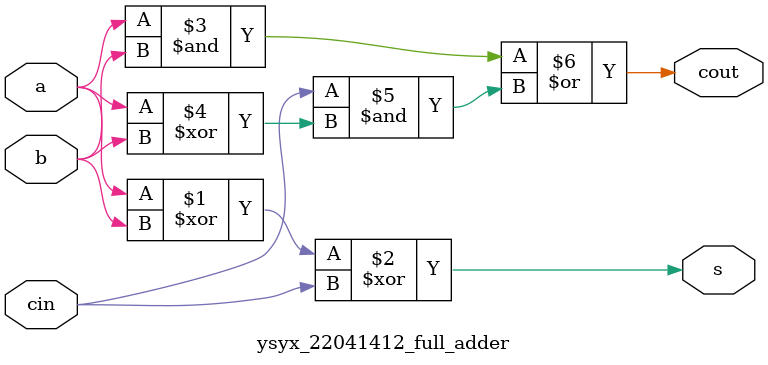
<source format=v>
module ysyx_22041412_full_adder(
    input a,
    input b,
    input cin,
    output cout,
    output s
);

assign s = a ^ b ^ cin;
assign cout = a & b | (cin & (a ^ b));

endmodule


</source>
